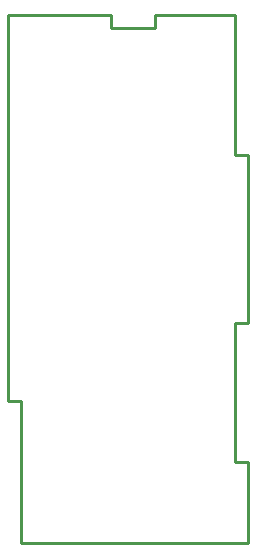
<source format=gko>
%FSAX42Y42*%
%MOMM*%
G71*
G01*
G75*
G04 Layer_Color=16711935*
%ADD10R,1.10X1.00*%
%ADD11R,0.87X0.87*%
%ADD12R,1.00X1.10*%
%ADD13R,3.40X2.15*%
%ADD14R,1.05X2.15*%
%ADD15R,1.05X2.15*%
%ADD16R,1.70X1.25*%
%ADD17R,1.52X1.52*%
%ADD18P,1.65X8X202.5*%
%ADD19R,1.52X1.52*%
%ADD20P,1.65X8X292.5*%
%ADD21R,0.50X2.10*%
%ADD22C,0.25*%
%ADD23C,1.50*%
%ADD24R,1.50X1.50*%
%ADD25C,2.50*%
%ADD26C,1.52*%
%ADD27C,1.40*%
%ADD28P,1.52X8X112.5*%
%ADD29C,3.00*%
%ADD30C,1.65*%
%ADD31C,1.27*%
%ADD32O,0.80X0.28*%
%ADD33O,0.28X0.80*%
%ADD34R,7.65X7.65*%
%ADD35O,0.40X2.10*%
%ADD36R,0.80X0.35*%
%ADD37C,0.20*%
%ADD38C,0.25*%
%ADD39C,0.60*%
%ADD40R,1.80X1.80*%
%ADD41R,2.00X1.80*%
%ADD42R,1.80X2.00*%
%ADD43O,0.74X0.22*%
%ADD44O,0.22X0.74*%
%ADD45R,2.05X2.05*%
%ADD46R,1.30X1.20*%
%ADD47R,1.54X1.54*%
%ADD48R,1.20X1.30*%
%ADD49R,3.60X2.35*%
%ADD50R,1.25X2.35*%
%ADD51R,1.25X2.35*%
%ADD52R,1.90X1.45*%
%ADD53R,1.73X1.73*%
%ADD54P,1.87X8X202.5*%
%ADD55R,1.73X1.73*%
%ADD56P,1.87X8X292.5*%
%ADD57R,0.70X2.30*%
%ADD58C,1.70*%
%ADD59R,1.70X1.70*%
%ADD60C,2.70*%
%ADD61C,1.73*%
%ADD62C,1.60*%
%ADD63P,1.74X8X112.5*%
%ADD64C,3.20*%
%ADD65C,1.85*%
%ADD66C,1.47*%
%ADD67O,0.60X2.30*%
%ADD68R,1.00X0.55*%
D22*
X002638Y002527D02*
X004562D01*
Y003212D01*
X004453D01*
Y004388D01*
X004562D01*
Y005812D01*
X004453D01*
X004453Y005812D02*
Y007003D01*
X003778D01*
Y006893D01*
X003403D01*
Y007003D01*
X002527D01*
Y003728D01*
X002638D01*
Y002527D01*
M02*

</source>
